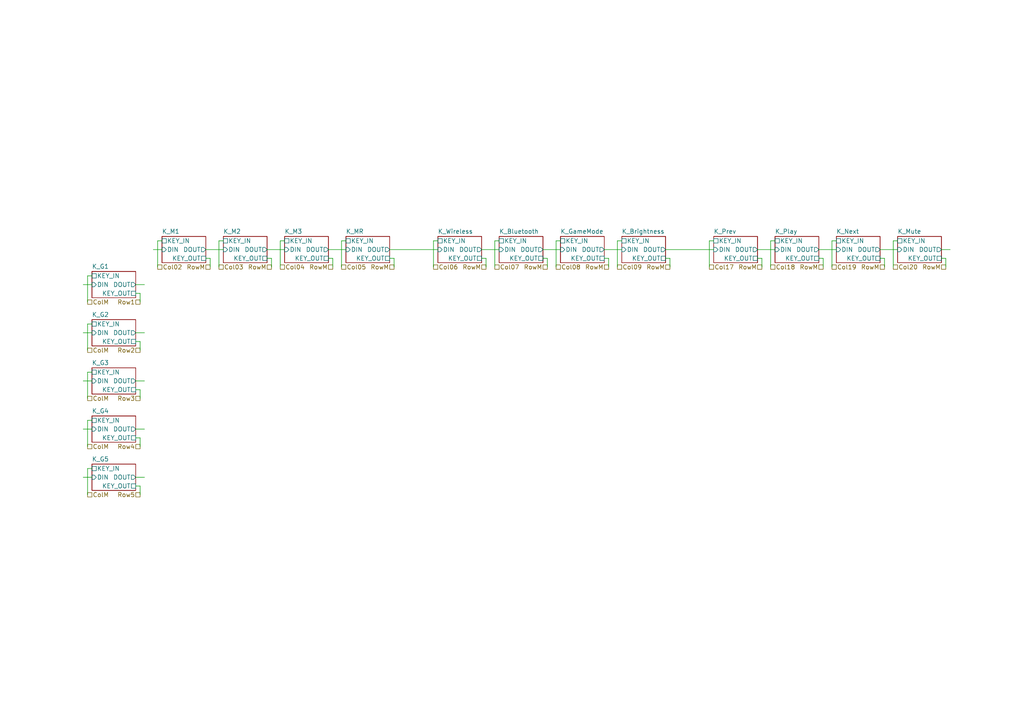
<source format=kicad_sch>
(kicad_sch
	(version 20250114)
	(generator "eeschema")
	(generator_version "9.0")
	(uuid "2a1ed553-57b4-46a4-b914-0b9c62001daa")
	(paper "A4")
	(lib_symbols)
	(wire
		(pts
			(xy 39.37 99.06) (xy 40.64 99.06)
		)
		(stroke
			(width 0)
			(type default)
		)
		(uuid "0155b84f-c638-4a7c-8388-3a07e6ff2938")
	)
	(wire
		(pts
			(xy 25.4 93.98) (xy 25.4 101.6)
		)
		(stroke
			(width 0)
			(type default)
		)
		(uuid "01b6e609-9bf8-42c3-9d1d-26780a1630bb")
	)
	(wire
		(pts
			(xy 256.54 74.93) (xy 256.54 77.47)
		)
		(stroke
			(width 0)
			(type default)
		)
		(uuid "03a134e3-9eb0-4ad2-be5d-a588368c3e10")
	)
	(wire
		(pts
			(xy 125.73 69.85) (xy 125.73 77.47)
		)
		(stroke
			(width 0)
			(type default)
		)
		(uuid "172d7055-1eb8-41ac-ae3f-07abbc784419")
	)
	(wire
		(pts
			(xy 273.05 72.39) (xy 275.59 72.39)
		)
		(stroke
			(width 0)
			(type default)
		)
		(uuid "1b14ea62-889f-4fb2-9eff-5a1e9b528652")
	)
	(wire
		(pts
			(xy 40.64 99.06) (xy 40.64 101.6)
		)
		(stroke
			(width 0)
			(type default)
		)
		(uuid "25317a86-4aa4-42bb-9ab4-fb1bc60165ca")
	)
	(wire
		(pts
			(xy 25.4 135.89) (xy 25.4 143.51)
		)
		(stroke
			(width 0)
			(type default)
		)
		(uuid "2e998b9a-c106-4911-bca8-07091d6e4b92")
	)
	(wire
		(pts
			(xy 238.76 74.93) (xy 238.76 77.47)
		)
		(stroke
			(width 0)
			(type default)
		)
		(uuid "348f1295-34aa-4d44-8f6c-e5e3be59b122")
	)
	(wire
		(pts
			(xy 40.64 85.09) (xy 40.64 87.63)
		)
		(stroke
			(width 0)
			(type default)
		)
		(uuid "3755e05c-a0da-4a54-abd3-36852b0a3615")
	)
	(wire
		(pts
			(xy 205.74 69.85) (xy 205.74 77.47)
		)
		(stroke
			(width 0)
			(type default)
		)
		(uuid "3fa4730e-63ce-4cc7-9af2-6fb9b6152a87")
	)
	(wire
		(pts
			(xy 114.3 74.93) (xy 114.3 77.47)
		)
		(stroke
			(width 0)
			(type default)
		)
		(uuid "437067f1-6062-45f7-9dc6-0d989fec5c18")
	)
	(wire
		(pts
			(xy 24.13 96.52) (xy 26.67 96.52)
		)
		(stroke
			(width 0)
			(type default)
		)
		(uuid "45701162-eca4-441b-8c2c-1699c2f93ff6")
	)
	(wire
		(pts
			(xy 161.29 69.85) (xy 162.56 69.85)
		)
		(stroke
			(width 0)
			(type default)
		)
		(uuid "49434184-b102-445b-b278-0b9fc0e17704")
	)
	(wire
		(pts
			(xy 25.4 121.92) (xy 25.4 129.54)
		)
		(stroke
			(width 0)
			(type default)
		)
		(uuid "4a6c8b6c-d930-4593-a1c5-ac1133f3d029")
	)
	(wire
		(pts
			(xy 175.26 74.93) (xy 176.53 74.93)
		)
		(stroke
			(width 0)
			(type default)
		)
		(uuid "4b9f3cce-1c4c-41bb-89da-cd0b1b2b753f")
	)
	(wire
		(pts
			(xy 95.25 72.39) (xy 100.33 72.39)
		)
		(stroke
			(width 0)
			(type default)
		)
		(uuid "4be3a83f-4085-48de-938f-82cdc627fd97")
	)
	(wire
		(pts
			(xy 241.3 69.85) (xy 241.3 77.47)
		)
		(stroke
			(width 0)
			(type default)
		)
		(uuid "4bfc58d3-7a36-4202-8645-3136efa5fd88")
	)
	(wire
		(pts
			(xy 25.4 80.01) (xy 25.4 87.63)
		)
		(stroke
			(width 0)
			(type default)
		)
		(uuid "4eaac601-a673-4142-8564-7c6ddb45198c")
	)
	(wire
		(pts
			(xy 259.08 69.85) (xy 260.35 69.85)
		)
		(stroke
			(width 0)
			(type default)
		)
		(uuid "51e1f2ab-c8a8-4c11-8982-f83261274b56")
	)
	(wire
		(pts
			(xy 194.31 74.93) (xy 194.31 77.47)
		)
		(stroke
			(width 0)
			(type default)
		)
		(uuid "530160bd-0a85-479f-9e51-2313cf73c530")
	)
	(wire
		(pts
			(xy 175.26 72.39) (xy 180.34 72.39)
		)
		(stroke
			(width 0)
			(type default)
		)
		(uuid "534d867d-5225-42d9-86c9-ccb6db8977b5")
	)
	(wire
		(pts
			(xy 45.72 69.85) (xy 46.99 69.85)
		)
		(stroke
			(width 0)
			(type default)
		)
		(uuid "5446cb9d-362a-4fc3-83d6-7be60bc0d5b7")
	)
	(wire
		(pts
			(xy 193.04 74.93) (xy 194.31 74.93)
		)
		(stroke
			(width 0)
			(type default)
		)
		(uuid "5454fa9b-f316-40d8-9fca-4b91e8d6400e")
	)
	(wire
		(pts
			(xy 113.03 72.39) (xy 127 72.39)
		)
		(stroke
			(width 0)
			(type default)
		)
		(uuid "5640ccc3-fb2c-43ec-896b-8939b0b0d537")
	)
	(wire
		(pts
			(xy 40.64 140.97) (xy 40.64 143.51)
		)
		(stroke
			(width 0)
			(type default)
		)
		(uuid "5b24ff25-dde3-4eac-9b98-f8fadf5ad46f")
	)
	(wire
		(pts
			(xy 237.49 72.39) (xy 242.57 72.39)
		)
		(stroke
			(width 0)
			(type default)
		)
		(uuid "5cb50948-4bf0-4123-8d0f-933bdff6e53c")
	)
	(wire
		(pts
			(xy 59.69 72.39) (xy 64.77 72.39)
		)
		(stroke
			(width 0)
			(type default)
		)
		(uuid "5dde5a28-40c6-44a7-a640-7c324d32b93a")
	)
	(wire
		(pts
			(xy 25.4 107.95) (xy 26.67 107.95)
		)
		(stroke
			(width 0)
			(type default)
		)
		(uuid "5e1e3eb0-26db-42c3-a91e-01f140aaaeb0")
	)
	(wire
		(pts
			(xy 44.45 72.39) (xy 46.99 72.39)
		)
		(stroke
			(width 0)
			(type default)
		)
		(uuid "5f886849-a8c7-48d9-8edf-d64b2c7fd583")
	)
	(wire
		(pts
			(xy 99.06 69.85) (xy 100.33 69.85)
		)
		(stroke
			(width 0)
			(type default)
		)
		(uuid "60b133bf-d54d-4a81-8c86-71278defdeb7")
	)
	(wire
		(pts
			(xy 259.08 69.85) (xy 259.08 77.47)
		)
		(stroke
			(width 0)
			(type default)
		)
		(uuid "61fbc063-8f78-45a4-b6f9-0e8f6f66306f")
	)
	(wire
		(pts
			(xy 45.72 69.85) (xy 45.72 77.47)
		)
		(stroke
			(width 0)
			(type default)
		)
		(uuid "6a402f90-ec31-40a0-b9bb-003b4f154248")
	)
	(wire
		(pts
			(xy 77.47 74.93) (xy 78.74 74.93)
		)
		(stroke
			(width 0)
			(type default)
		)
		(uuid "6e0f7ed4-a252-493f-8dd8-2192aced53b2")
	)
	(wire
		(pts
			(xy 40.64 127) (xy 40.64 129.54)
		)
		(stroke
			(width 0)
			(type default)
		)
		(uuid "70702781-226a-49e0-86a6-94211b88018c")
	)
	(wire
		(pts
			(xy 220.98 74.93) (xy 220.98 77.47)
		)
		(stroke
			(width 0)
			(type default)
		)
		(uuid "71065124-f540-4232-94ab-a5dad550c013")
	)
	(wire
		(pts
			(xy 223.52 69.85) (xy 224.79 69.85)
		)
		(stroke
			(width 0)
			(type default)
		)
		(uuid "772fa087-ced8-455b-91f3-a13dcacc177f")
	)
	(wire
		(pts
			(xy 39.37 110.49) (xy 41.91 110.49)
		)
		(stroke
			(width 0)
			(type default)
		)
		(uuid "7775c8de-327b-4e3e-bd8d-edc055a734df")
	)
	(wire
		(pts
			(xy 157.48 74.93) (xy 158.75 74.93)
		)
		(stroke
			(width 0)
			(type default)
		)
		(uuid "7bbd23f4-83fc-4f61-8410-d14e6ca651c7")
	)
	(wire
		(pts
			(xy 60.96 74.93) (xy 60.96 77.47)
		)
		(stroke
			(width 0)
			(type default)
		)
		(uuid "7c17e778-9740-4a37-8adb-a1340354bb4e")
	)
	(wire
		(pts
			(xy 63.5 69.85) (xy 64.77 69.85)
		)
		(stroke
			(width 0)
			(type default)
		)
		(uuid "7ecf2bc5-15ba-4fff-8636-22b826a5a7c0")
	)
	(wire
		(pts
			(xy 81.28 69.85) (xy 82.55 69.85)
		)
		(stroke
			(width 0)
			(type default)
		)
		(uuid "8b89da19-95ee-412f-ac6e-3ee16dc7a400")
	)
	(wire
		(pts
			(xy 274.32 74.93) (xy 274.32 77.47)
		)
		(stroke
			(width 0)
			(type default)
		)
		(uuid "8eca8d16-64cf-4bb7-a55e-435436417132")
	)
	(wire
		(pts
			(xy 59.69 74.93) (xy 60.96 74.93)
		)
		(stroke
			(width 0)
			(type default)
		)
		(uuid "91ac6477-70f4-49b8-a662-c017dd33286f")
	)
	(wire
		(pts
			(xy 95.25 74.93) (xy 96.52 74.93)
		)
		(stroke
			(width 0)
			(type default)
		)
		(uuid "9428e528-32a6-4550-956e-1d689a332d9e")
	)
	(wire
		(pts
			(xy 219.71 74.93) (xy 220.98 74.93)
		)
		(stroke
			(width 0)
			(type default)
		)
		(uuid "95d3774d-16f6-4518-bb87-44a240b9a2c6")
	)
	(wire
		(pts
			(xy 39.37 124.46) (xy 41.91 124.46)
		)
		(stroke
			(width 0)
			(type default)
		)
		(uuid "960f9c60-5186-449c-b095-0e9ee38e6480")
	)
	(wire
		(pts
			(xy 25.4 80.01) (xy 26.67 80.01)
		)
		(stroke
			(width 0)
			(type default)
		)
		(uuid "966da6d5-71fc-461c-b963-777735fcab1d")
	)
	(wire
		(pts
			(xy 25.4 121.92) (xy 26.67 121.92)
		)
		(stroke
			(width 0)
			(type default)
		)
		(uuid "96de0c06-b035-4bfa-81ca-884a8bb2bd28")
	)
	(wire
		(pts
			(xy 39.37 82.55) (xy 41.91 82.55)
		)
		(stroke
			(width 0)
			(type default)
		)
		(uuid "9791593f-2cdc-4bc5-98c9-7043dda282fc")
	)
	(wire
		(pts
			(xy 139.7 74.93) (xy 140.97 74.93)
		)
		(stroke
			(width 0)
			(type default)
		)
		(uuid "99868436-9f85-48c3-b845-b56e6401b898")
	)
	(wire
		(pts
			(xy 273.05 74.93) (xy 274.32 74.93)
		)
		(stroke
			(width 0)
			(type default)
		)
		(uuid "9cf158d4-3260-47ed-a3c9-5071d735f5ed")
	)
	(wire
		(pts
			(xy 223.52 69.85) (xy 223.52 77.47)
		)
		(stroke
			(width 0)
			(type default)
		)
		(uuid "9d2936b0-71e3-4897-bdd9-110c23bf5de0")
	)
	(wire
		(pts
			(xy 241.3 69.85) (xy 242.57 69.85)
		)
		(stroke
			(width 0)
			(type default)
		)
		(uuid "9e58c9db-c762-441d-8cf4-2ef27fafbd53")
	)
	(wire
		(pts
			(xy 176.53 74.93) (xy 176.53 77.47)
		)
		(stroke
			(width 0)
			(type default)
		)
		(uuid "a0c12484-edcd-4cb4-9f85-eae2506c127e")
	)
	(wire
		(pts
			(xy 179.07 69.85) (xy 179.07 77.47)
		)
		(stroke
			(width 0)
			(type default)
		)
		(uuid "a117fa35-e223-4a25-b773-dcac7f3ed31c")
	)
	(wire
		(pts
			(xy 40.64 113.03) (xy 40.64 115.57)
		)
		(stroke
			(width 0)
			(type default)
		)
		(uuid "a60488b0-485d-44fa-ab2a-5679e64969a7")
	)
	(wire
		(pts
			(xy 161.29 69.85) (xy 161.29 77.47)
		)
		(stroke
			(width 0)
			(type default)
		)
		(uuid "aa052c2d-23ee-4288-b807-55500cae49cc")
	)
	(wire
		(pts
			(xy 24.13 82.55) (xy 26.67 82.55)
		)
		(stroke
			(width 0)
			(type default)
		)
		(uuid "ac152924-2d1a-44a5-8255-e35c66161c8d")
	)
	(wire
		(pts
			(xy 24.13 124.46) (xy 26.67 124.46)
		)
		(stroke
			(width 0)
			(type default)
		)
		(uuid "ae3277d4-205b-43e5-aed7-5c4d79c6d643")
	)
	(wire
		(pts
			(xy 99.06 69.85) (xy 99.06 77.47)
		)
		(stroke
			(width 0)
			(type default)
		)
		(uuid "b46e5dfb-04fa-4ca9-8a94-80d76c8e8d46")
	)
	(wire
		(pts
			(xy 193.04 72.39) (xy 207.01 72.39)
		)
		(stroke
			(width 0)
			(type default)
		)
		(uuid "bd4a7e15-f765-4573-bfcc-c73a232ebff6")
	)
	(wire
		(pts
			(xy 113.03 74.93) (xy 114.3 74.93)
		)
		(stroke
			(width 0)
			(type default)
		)
		(uuid "beb24f3d-018f-4292-b63b-1879aec886ec")
	)
	(wire
		(pts
			(xy 179.07 69.85) (xy 180.34 69.85)
		)
		(stroke
			(width 0)
			(type default)
		)
		(uuid "c0d9f99f-9bc6-4a3c-9e18-1ea09c741bdb")
	)
	(wire
		(pts
			(xy 39.37 85.09) (xy 40.64 85.09)
		)
		(stroke
			(width 0)
			(type default)
		)
		(uuid "c21f6e73-d654-4461-bb98-b87b79458eea")
	)
	(wire
		(pts
			(xy 39.37 96.52) (xy 41.91 96.52)
		)
		(stroke
			(width 0)
			(type default)
		)
		(uuid "c39f5bd7-1b1d-4842-9747-f402ce3170b3")
	)
	(wire
		(pts
			(xy 205.74 69.85) (xy 207.01 69.85)
		)
		(stroke
			(width 0)
			(type default)
		)
		(uuid "c52eb11a-9548-484c-a250-35292e04b371")
	)
	(wire
		(pts
			(xy 255.27 74.93) (xy 256.54 74.93)
		)
		(stroke
			(width 0)
			(type default)
		)
		(uuid "c5925561-55dc-4869-a0e6-623cddc96acf")
	)
	(wire
		(pts
			(xy 139.7 72.39) (xy 144.78 72.39)
		)
		(stroke
			(width 0)
			(type default)
		)
		(uuid "c6818330-eaa6-4787-a57a-4b34554b1803")
	)
	(wire
		(pts
			(xy 255.27 72.39) (xy 260.35 72.39)
		)
		(stroke
			(width 0)
			(type default)
		)
		(uuid "c73c388b-4574-44ce-aa45-9de41262edd6")
	)
	(wire
		(pts
			(xy 157.48 72.39) (xy 162.56 72.39)
		)
		(stroke
			(width 0)
			(type default)
		)
		(uuid "c80a035f-18d2-409b-9125-93252e3c7c58")
	)
	(wire
		(pts
			(xy 143.51 69.85) (xy 143.51 77.47)
		)
		(stroke
			(width 0)
			(type default)
		)
		(uuid "c8d9b632-024d-4e5b-b61d-f815b0887dab")
	)
	(wire
		(pts
			(xy 39.37 127) (xy 40.64 127)
		)
		(stroke
			(width 0)
			(type default)
		)
		(uuid "c9f23fe0-e48d-416e-9fee-df10c48ce5bc")
	)
	(wire
		(pts
			(xy 25.4 135.89) (xy 26.67 135.89)
		)
		(stroke
			(width 0)
			(type default)
		)
		(uuid "cb58ee77-9c7f-4da8-a7c6-5a16e7c15e1b")
	)
	(wire
		(pts
			(xy 77.47 72.39) (xy 82.55 72.39)
		)
		(stroke
			(width 0)
			(type default)
		)
		(uuid "cbec8088-ad24-4f3a-81bf-fef23411183d")
	)
	(wire
		(pts
			(xy 39.37 138.43) (xy 41.91 138.43)
		)
		(stroke
			(width 0)
			(type default)
		)
		(uuid "cfed2743-9834-460d-8a0f-d6242461aaec")
	)
	(wire
		(pts
			(xy 39.37 140.97) (xy 40.64 140.97)
		)
		(stroke
			(width 0)
			(type default)
		)
		(uuid "d14d49f5-2e5f-44e7-b8e9-c1f5ea92f0c4")
	)
	(wire
		(pts
			(xy 78.74 74.93) (xy 78.74 77.47)
		)
		(stroke
			(width 0)
			(type default)
		)
		(uuid "d3e1e117-0d68-469b-9efa-5b612d299d40")
	)
	(wire
		(pts
			(xy 125.73 69.85) (xy 127 69.85)
		)
		(stroke
			(width 0)
			(type default)
		)
		(uuid "dc461d84-91de-479a-bd29-58be3a6fe4b0")
	)
	(wire
		(pts
			(xy 24.13 110.49) (xy 26.67 110.49)
		)
		(stroke
			(width 0)
			(type default)
		)
		(uuid "dc4b5c19-2e13-4ad5-88f2-4491c5561eed")
	)
	(wire
		(pts
			(xy 158.75 74.93) (xy 158.75 77.47)
		)
		(stroke
			(width 0)
			(type default)
		)
		(uuid "dd2064f6-a519-4cc0-b4eb-2577ae7045a9")
	)
	(wire
		(pts
			(xy 237.49 74.93) (xy 238.76 74.93)
		)
		(stroke
			(width 0)
			(type default)
		)
		(uuid "e614a2a8-336a-4ceb-af0c-374453a0f1cf")
	)
	(wire
		(pts
			(xy 24.13 138.43) (xy 26.67 138.43)
		)
		(stroke
			(width 0)
			(type default)
		)
		(uuid "ebf5c5bd-4dce-415b-9c44-02de35f74b8e")
	)
	(wire
		(pts
			(xy 143.51 69.85) (xy 144.78 69.85)
		)
		(stroke
			(width 0)
			(type default)
		)
		(uuid "eccca2b8-e44a-4d79-8632-5fc4251cd9b7")
	)
	(wire
		(pts
			(xy 39.37 113.03) (xy 40.64 113.03)
		)
		(stroke
			(width 0)
			(type default)
		)
		(uuid "ed2db9e1-d73a-4195-ba25-5a7234506497")
	)
	(wire
		(pts
			(xy 140.97 74.93) (xy 140.97 77.47)
		)
		(stroke
			(width 0)
			(type default)
		)
		(uuid "ed91a5e8-e1c4-45c3-8064-d51cbb01e36e")
	)
	(wire
		(pts
			(xy 219.71 72.39) (xy 224.79 72.39)
		)
		(stroke
			(width 0)
			(type default)
		)
		(uuid "edb2c063-19e5-4555-b63d-ab7d5a7a2882")
	)
	(wire
		(pts
			(xy 25.4 93.98) (xy 26.67 93.98)
		)
		(stroke
			(width 0)
			(type default)
		)
		(uuid "f19ef593-ad93-4742-b033-263261d1d6f1")
	)
	(wire
		(pts
			(xy 25.4 107.95) (xy 25.4 115.57)
		)
		(stroke
			(width 0)
			(type default)
		)
		(uuid "f4cdce89-4826-40a4-9bdc-dfcabecbb1c2")
	)
	(wire
		(pts
			(xy 81.28 69.85) (xy 81.28 77.47)
		)
		(stroke
			(width 0)
			(type default)
		)
		(uuid "f5276317-3a2b-412a-91e4-bf520afd1427")
	)
	(wire
		(pts
			(xy 63.5 69.85) (xy 63.5 77.47)
		)
		(stroke
			(width 0)
			(type default)
		)
		(uuid "f56ba578-b33d-4832-9b1c-6fe3d44c704b")
	)
	(wire
		(pts
			(xy 96.52 74.93) (xy 96.52 77.47)
		)
		(stroke
			(width 0)
			(type default)
		)
		(uuid "fcf66a79-fe6a-4544-a5e2-8e9c04f5dca5")
	)
	(hierarchical_label "RowM"
		(shape passive)
		(at 220.98 77.47 180)
		(effects
			(font
				(size 1.27 1.27)
			)
			(justify right)
		)
		(uuid "0a549b15-f8b2-45b9-9822-11411e9ad559")
	)
	(hierarchical_label "Col09"
		(shape passive)
		(at 179.07 77.47 0)
		(effects
			(font
				(size 1.27 1.27)
			)
			(justify left)
		)
		(uuid "11812872-b259-4b64-8b01-2bb13c649543")
	)
	(hierarchical_label "RowM"
		(shape passive)
		(at 96.52 77.47 180)
		(effects
			(font
				(size 1.27 1.27)
			)
			(justify right)
		)
		(uuid "126d357e-6e21-4e31-a38e-b14d9b4004ff")
	)
	(hierarchical_label "Col17"
		(shape passive)
		(at 205.74 77.47 0)
		(effects
			(font
				(size 1.27 1.27)
			)
			(justify left)
		)
		(uuid "1fabe704-09d5-4608-8c1b-9d411f50be8e")
	)
	(hierarchical_label "Col02"
		(shape passive)
		(at 45.72 77.47 0)
		(effects
			(font
				(size 1.27 1.27)
			)
			(justify left)
		)
		(uuid "3f474f67-b7f0-4129-9022-71ee4cddc8d5")
	)
	(hierarchical_label "RowM"
		(shape passive)
		(at 140.97 77.47 180)
		(effects
			(font
				(size 1.27 1.27)
			)
			(justify right)
		)
		(uuid "4222b7c8-2dde-422d-8773-25f5bea3075c")
	)
	(hierarchical_label "ColM"
		(shape passive)
		(at 25.4 115.57 0)
		(effects
			(font
				(size 1.27 1.27)
			)
			(justify left)
		)
		(uuid "43592cc3-5eef-45e7-9afe-f622292cdbfc")
	)
	(hierarchical_label "Col04"
		(shape passive)
		(at 81.28 77.47 0)
		(effects
			(font
				(size 1.27 1.27)
			)
			(justify left)
		)
		(uuid "47a69074-9f18-46f4-9972-baa7eee53e4f")
	)
	(hierarchical_label "RowM"
		(shape passive)
		(at 176.53 77.47 180)
		(effects
			(font
				(size 1.27 1.27)
			)
			(justify right)
		)
		(uuid "49402509-80f1-4131-b38a-9c183757bb70")
	)
	(hierarchical_label "ColM"
		(shape passive)
		(at 25.4 129.54 0)
		(effects
			(font
				(size 1.27 1.27)
			)
			(justify left)
		)
		(uuid "4cf87d98-3074-454d-a329-91765007fbc2")
	)
	(hierarchical_label "Col19"
		(shape passive)
		(at 241.3 77.47 0)
		(effects
			(font
				(size 1.27 1.27)
			)
			(justify left)
		)
		(uuid "51e4a957-e797-4454-b2c8-e516850a0272")
	)
	(hierarchical_label "Row3"
		(shape passive)
		(at 40.64 115.57 180)
		(effects
			(font
				(size 1.27 1.27)
			)
			(justify right)
		)
		(uuid "52342c9f-a2d7-421f-8cd7-3780645217f9")
	)
	(hierarchical_label "Col08"
		(shape passive)
		(at 161.29 77.47 0)
		(effects
			(font
				(size 1.27 1.27)
			)
			(justify left)
		)
		(uuid "57e1dec6-e2cb-4864-9158-9a9a0865fc52")
	)
	(hierarchical_label "Col06"
		(shape passive)
		(at 125.73 77.47 0)
		(effects
			(font
				(size 1.27 1.27)
			)
			(justify left)
		)
		(uuid "60309b2f-7a53-413e-a3d3-1631a67df8cf")
	)
	(hierarchical_label "Col18"
		(shape passive)
		(at 223.52 77.47 0)
		(effects
			(font
				(size 1.27 1.27)
			)
			(justify left)
		)
		(uuid "64a41312-c303-4e3d-820d-f38c6077f5d4")
	)
	(hierarchical_label "RowM"
		(shape passive)
		(at 194.31 77.47 180)
		(effects
			(font
				(size 1.27 1.27)
			)
			(justify right)
		)
		(uuid "67b4e747-4b53-4947-aa14-9cfd85849275")
	)
	(hierarchical_label "Row1"
		(shape passive)
		(at 40.64 87.63 180)
		(effects
			(font
				(size 1.27 1.27)
			)
			(justify right)
		)
		(uuid "71a6443e-deff-4e25-b65e-1eee46a608b3")
	)
	(hierarchical_label "RowM"
		(shape passive)
		(at 274.32 77.47 180)
		(effects
			(font
				(size 1.27 1.27)
			)
			(justify right)
		)
		(uuid "7e4380f2-3f7c-4b2e-9b81-d346499b29f1")
	)
	(hierarchical_label "RowM"
		(shape passive)
		(at 60.96 77.47 180)
		(effects
			(font
				(size 1.27 1.27)
			)
			(justify right)
		)
		(uuid "9a27a568-26a2-4bf7-ad78-b90c613f6c08")
	)
	(hierarchical_label "Col20"
		(shape passive)
		(at 259.08 77.47 0)
		(effects
			(font
				(size 1.27 1.27)
			)
			(justify left)
		)
		(uuid "9fb5de7c-b425-421f-ae9b-da421e3f8d43")
	)
	(hierarchical_label "RowM"
		(shape passive)
		(at 256.54 77.47 180)
		(effects
			(font
				(size 1.27 1.27)
			)
			(justify right)
		)
		(uuid "a224a85b-e255-443d-8248-64784f5c824a")
	)
	(hierarchical_label "RowM"
		(shape passive)
		(at 78.74 77.47 180)
		(effects
			(font
				(size 1.27 1.27)
			)
			(justify right)
		)
		(uuid "ad4de3f3-2ade-4d76-9efc-e27a5258084e")
	)
	(hierarchical_label "ColM"
		(shape passive)
		(at 25.4 143.51 0)
		(effects
			(font
				(size 1.27 1.27)
			)
			(justify left)
		)
		(uuid "ae04ab0e-b3cd-4110-b689-783f993f5035")
	)
	(hierarchical_label "Row2"
		(shape passive)
		(at 40.64 101.6 180)
		(effects
			(font
				(size 1.27 1.27)
			)
			(justify right)
		)
		(uuid "bfe67492-0939-4892-b061-064ba3684600")
	)
	(hierarchical_label "ColM"
		(shape passive)
		(at 25.4 101.6 0)
		(effects
			(font
				(size 1.27 1.27)
			)
			(justify left)
		)
		(uuid "c7fbb453-c79d-4872-a9ab-24846de6a984")
	)
	(hierarchical_label "Col07"
		(shape passive)
		(at 143.51 77.47 0)
		(effects
			(font
				(size 1.27 1.27)
			)
			(justify left)
		)
		(uuid "c8b7aa0c-3efe-4aeb-9f5e-93823fbd627b")
	)
	(hierarchical_label "RowM"
		(shape passive)
		(at 114.3 77.47 180)
		(effects
			(font
				(size 1.27 1.27)
			)
			(justify right)
		)
		(uuid "cd94636f-62cd-4d69-9853-5541c3ed3e4c")
	)
	(hierarchical_label "Row4"
		(shape passive)
		(at 40.64 129.54 180)
		(effects
			(font
				(size 1.27 1.27)
			)
			(justify right)
		)
		(uuid "d08d640f-9ab5-4d0a-a85a-536670c5ee41")
	)
	(hierarchical_label "Col03"
		(shape passive)
		(at 63.5 77.47 0)
		(effects
			(font
				(size 1.27 1.27)
			)
			(justify left)
		)
		(uuid "d624a3ba-3e24-460e-980d-85c345fdcc27")
	)
	(hierarchical_label "RowM"
		(shape passive)
		(at 158.75 77.47 180)
		(effects
			(font
				(size 1.27 1.27)
			)
			(justify right)
		)
		(uuid "dff04bac-54ce-492d-a479-a8a22986f0c1")
	)
	(hierarchical_label "Row5"
		(shape passive)
		(at 40.64 143.51 180)
		(effects
			(font
				(size 1.27 1.27)
			)
			(justify right)
		)
		(uuid "e2204047-cca4-4241-b4ac-116ecb383238")
	)
	(hierarchical_label "RowM"
		(shape passive)
		(at 238.76 77.47 180)
		(effects
			(font
				(size 1.27 1.27)
			)
			(justify right)
		)
		(uuid "e973ade5-6a38-420d-9d85-452a58891a8e")
	)
	(hierarchical_label "ColM"
		(shape passive)
		(at 25.4 87.63 0)
		(effects
			(font
				(size 1.27 1.27)
			)
			(justify left)
		)
		(uuid "f6f30e05-73d3-4893-bf27-131313ba4ab5")
	)
	(hierarchical_label "Col05"
		(shape passive)
		(at 99.06 77.47 0)
		(effects
			(font
				(size 1.27 1.27)
			)
			(justify left)
		)
		(uuid "fa5ec090-b62d-4ae0-bf98-587489d64890")
	)
	(sheet
		(at 180.34 68.58)
		(size 12.7 7.62)
		(exclude_from_sim no)
		(in_bom yes)
		(on_board yes)
		(dnp no)
		(fields_autoplaced yes)
		(stroke
			(width 0.1524)
			(type solid)
		)
		(fill
			(color 0 0 0 0.0000)
		)
		(uuid "1c6d8538-d54c-4a54-8a91-5a780a48a8e1")
		(property "Sheetname" "K_Brightness"
			(at 180.34 67.8684 0)
			(effects
				(font
					(size 1.27 1.27)
				)
				(justify left bottom)
			)
		)
		(property "Sheetfile" "key_rgb.kicad_sch"
			(at 180.34 76.7846 0)
			(effects
				(font
					(size 1.27 1.27)
				)
				(justify left top)
				(hide yes)
			)
		)
		(pin "DIN" input
			(at 180.34 72.39 180)
			(uuid "e7f783f4-dc49-42ad-bcc5-3716ae0db49c")
			(effects
				(font
					(size 1.27 1.27)
				)
				(justify left)
			)
		)
		(pin "DOUT" output
			(at 193.04 72.39 0)
			(uuid "d832a0a2-53b3-43c7-9c16-4a03ea684c70")
			(effects
				(font
					(size 1.27 1.27)
				)
				(justify right)
			)
		)
		(pin "KEY_IN" passive
			(at 180.34 69.85 180)
			(uuid "c64b6467-d7a9-4376-95bc-86023f5be338")
			(effects
				(font
					(size 1.27 1.27)
				)
				(justify left)
			)
		)
		(pin "KEY_OUT" passive
			(at 193.04 74.93 0)
			(uuid "7c9f63bb-ad3e-4e94-a431-7f801984328e")
			(effects
				(font
					(size 1.27 1.27)
				)
				(justify right)
			)
		)
		(instances
			(project "zmk-g915"
				(path "/ef112b03-6536-453f-8127-17d1495b48aa/45c5f3d6-3be9-46e6-9c92-280cf0e0d840/fcdd3761-84fb-400d-9494-9913e88fadd8"
					(page "132")
				)
			)
		)
	)
	(sheet
		(at 82.55 68.58)
		(size 12.7 7.62)
		(exclude_from_sim no)
		(in_bom yes)
		(on_board yes)
		(dnp no)
		(fields_autoplaced yes)
		(stroke
			(width 0.1524)
			(type solid)
		)
		(fill
			(color 0 0 0 0.0000)
		)
		(uuid "1fb93641-079e-4cc2-b4eb-8e6e24f0af43")
		(property "Sheetname" "K_M3"
			(at 82.55 67.8684 0)
			(effects
				(font
					(size 1.27 1.27)
				)
				(justify left bottom)
			)
		)
		(property "Sheetfile" "key_rgb.kicad_sch"
			(at 82.55 76.7846 0)
			(effects
				(font
					(size 1.27 1.27)
				)
				(justify left top)
				(hide yes)
			)
		)
		(pin "DIN" input
			(at 82.55 72.39 180)
			(uuid "9a7cb554-4887-4bc3-9a68-8673738acd11")
			(effects
				(font
					(size 1.27 1.27)
				)
				(justify left)
			)
		)
		(pin "DOUT" output
			(at 95.25 72.39 0)
			(uuid "5195ff1f-43c1-445d-800e-25bd987bb5d1")
			(effects
				(font
					(size 1.27 1.27)
				)
				(justify right)
			)
		)
		(pin "KEY_IN" passive
			(at 82.55 69.85 180)
			(uuid "ae48bb9a-2107-4ca9-9b52-30131171aa76")
			(effects
				(font
					(size 1.27 1.27)
				)
				(justify left)
			)
		)
		(pin "KEY_OUT" passive
			(at 95.25 74.93 0)
			(uuid "112af9fe-6d0c-4ad8-b161-bc1aff17ef23")
			(effects
				(font
					(size 1.27 1.27)
				)
				(justify right)
			)
		)
		(instances
			(project "zmk-g915"
				(path "/ef112b03-6536-453f-8127-17d1495b48aa/45c5f3d6-3be9-46e6-9c92-280cf0e0d840/fcdd3761-84fb-400d-9494-9913e88fadd8"
					(page "52")
				)
			)
		)
	)
	(sheet
		(at 224.79 68.58)
		(size 12.7 7.62)
		(exclude_from_sim no)
		(in_bom yes)
		(on_board yes)
		(dnp no)
		(fields_autoplaced yes)
		(stroke
			(width 0.1524)
			(type solid)
		)
		(fill
			(color 0 0 0 0.0000)
		)
		(uuid "37c5fa79-3868-4d79-98e1-4841cfd9c560")
		(property "Sheetname" "K_Play"
			(at 224.79 67.8684 0)
			(effects
				(font
					(size 1.27 1.27)
				)
				(justify left bottom)
			)
		)
		(property "Sheetfile" "key_rgb.kicad_sch"
			(at 224.79 76.7846 0)
			(effects
				(font
					(size 1.27 1.27)
				)
				(justify left top)
				(hide yes)
			)
		)
		(pin "DIN" input
			(at 224.79 72.39 180)
			(uuid "6ecf44bc-1b8f-47ea-bca7-962faa13098e")
			(effects
				(font
					(size 1.27 1.27)
				)
				(justify left)
			)
		)
		(pin "DOUT" output
			(at 237.49 72.39 0)
			(uuid "37f7691c-cf37-4f32-8e37-a022bafb7b79")
			(effects
				(font
					(size 1.27 1.27)
				)
				(justify right)
			)
		)
		(pin "KEY_IN" passive
			(at 224.79 69.85 180)
			(uuid "879628f9-91c1-4c7e-bf4a-2ee3ae3ee46e")
			(effects
				(font
					(size 1.27 1.27)
				)
				(justify left)
			)
		)
		(pin "KEY_OUT" passive
			(at 237.49 74.93 0)
			(uuid "5c776795-e12f-441d-81c5-5b56ec894d56")
			(effects
				(font
					(size 1.27 1.27)
				)
				(justify right)
			)
		)
		(instances
			(project "zmk-g915"
				(path "/ef112b03-6536-453f-8127-17d1495b48aa/45c5f3d6-3be9-46e6-9c92-280cf0e0d840/fcdd3761-84fb-400d-9494-9913e88fadd8"
					(page "133")
				)
			)
		)
	)
	(sheet
		(at 260.35 68.58)
		(size 12.7 7.62)
		(exclude_from_sim no)
		(in_bom yes)
		(on_board yes)
		(dnp no)
		(fields_autoplaced yes)
		(stroke
			(width 0.1524)
			(type solid)
		)
		(fill
			(color 0 0 0 0.0000)
		)
		(uuid "3b92d464-b714-4019-b995-b0a61e7cb553")
		(property "Sheetname" "K_Mute"
			(at 260.35 67.8684 0)
			(effects
				(font
					(size 1.27 1.27)
				)
				(justify left bottom)
			)
		)
		(property "Sheetfile" "key_rgb.kicad_sch"
			(at 260.35 76.7846 0)
			(effects
				(font
					(size 1.27 1.27)
				)
				(justify left top)
				(hide yes)
			)
		)
		(pin "DIN" input
			(at 260.35 72.39 180)
			(uuid "f00e1dab-e48a-4b79-862d-a7d00bd87dd7")
			(effects
				(font
					(size 1.27 1.27)
				)
				(justify left)
			)
		)
		(pin "DOUT" output
			(at 273.05 72.39 0)
			(uuid "a36628a4-44a4-4d2c-a5ac-ead8554589cd")
			(effects
				(font
					(size 1.27 1.27)
				)
				(justify right)
			)
		)
		(pin "KEY_IN" passive
			(at 260.35 69.85 180)
			(uuid "7d63654b-95fe-429d-8711-25f44a7f2c6f")
			(effects
				(font
					(size 1.27 1.27)
				)
				(justify left)
			)
		)
		(pin "KEY_OUT" passive
			(at 273.05 74.93 0)
			(uuid "a1636e77-41a8-4f75-ad80-ede9f99487e0")
			(effects
				(font
					(size 1.27 1.27)
				)
				(justify right)
			)
		)
		(instances
			(project "zmk-g915"
				(path "/ef112b03-6536-453f-8127-17d1495b48aa/45c5f3d6-3be9-46e6-9c92-280cf0e0d840/fcdd3761-84fb-400d-9494-9913e88fadd8"
					(page "148")
				)
			)
		)
	)
	(sheet
		(at 64.77 68.58)
		(size 12.7 7.62)
		(exclude_from_sim no)
		(in_bom yes)
		(on_board yes)
		(dnp no)
		(fields_autoplaced yes)
		(stroke
			(width 0.1524)
			(type solid)
		)
		(fill
			(color 0 0 0 0.0000)
		)
		(uuid "3d0e730d-9f82-4c7a-9d82-d320e536cbc5")
		(property "Sheetname" "K_M2"
			(at 64.77 67.8684 0)
			(effects
				(font
					(size 1.27 1.27)
				)
				(justify left bottom)
			)
		)
		(property "Sheetfile" "key_rgb.kicad_sch"
			(at 64.77 76.7846 0)
			(effects
				(font
					(size 1.27 1.27)
				)
				(justify left top)
				(hide yes)
			)
		)
		(pin "DIN" input
			(at 64.77 72.39 180)
			(uuid "713b1598-7d9e-4591-9dbe-af2d2b8df294")
			(effects
				(font
					(size 1.27 1.27)
				)
				(justify left)
			)
		)
		(pin "DOUT" output
			(at 77.47 72.39 0)
			(uuid "67f34c0a-34ca-4b00-bd65-f6f320232319")
			(effects
				(font
					(size 1.27 1.27)
				)
				(justify right)
			)
		)
		(pin "KEY_IN" passive
			(at 64.77 69.85 180)
			(uuid "b05ded8f-c0a0-4040-8e99-d9c58da046ba")
			(effects
				(font
					(size 1.27 1.27)
				)
				(justify left)
			)
		)
		(pin "KEY_OUT" passive
			(at 77.47 74.93 0)
			(uuid "ea9d1345-bad8-4c9c-a8ab-468c46e75ff6")
			(effects
				(font
					(size 1.27 1.27)
				)
				(justify right)
			)
		)
		(instances
			(project "zmk-g915"
				(path "/ef112b03-6536-453f-8127-17d1495b48aa/45c5f3d6-3be9-46e6-9c92-280cf0e0d840/fcdd3761-84fb-400d-9494-9913e88fadd8"
					(page "51")
				)
			)
		)
	)
	(sheet
		(at 162.56 68.58)
		(size 12.7 7.62)
		(exclude_from_sim no)
		(in_bom yes)
		(on_board yes)
		(dnp no)
		(fields_autoplaced yes)
		(stroke
			(width 0.1524)
			(type solid)
		)
		(fill
			(color 0 0 0 0.0000)
		)
		(uuid "446f2d1a-e115-4159-ac70-afd299064a47")
		(property "Sheetname" "K_GameMode"
			(at 162.56 67.8684 0)
			(effects
				(font
					(size 1.27 1.27)
				)
				(justify left bottom)
			)
		)
		(property "Sheetfile" "key_rgb.kicad_sch"
			(at 162.56 76.7846 0)
			(effects
				(font
					(size 1.27 1.27)
				)
				(justify left top)
				(hide yes)
			)
		)
		(pin "DIN" input
			(at 162.56 72.39 180)
			(uuid "9619078e-271b-47bb-95ef-2b347c0ec650")
			(effects
				(font
					(size 1.27 1.27)
				)
				(justify left)
			)
		)
		(pin "DOUT" output
			(at 175.26 72.39 0)
			(uuid "da9a4f68-e829-4218-b274-aefe1d8212de")
			(effects
				(font
					(size 1.27 1.27)
				)
				(justify right)
			)
		)
		(pin "KEY_IN" passive
			(at 162.56 69.85 180)
			(uuid "7f4db1b3-3d16-4621-81c9-881c293b4002")
			(effects
				(font
					(size 1.27 1.27)
				)
				(justify left)
			)
		)
		(pin "KEY_OUT" passive
			(at 175.26 74.93 0)
			(uuid "d36f3a9f-8f3d-4c0e-91eb-f9d575fdebca")
			(effects
				(font
					(size 1.27 1.27)
				)
				(justify right)
			)
		)
		(instances
			(project "zmk-g915"
				(path "/ef112b03-6536-453f-8127-17d1495b48aa/45c5f3d6-3be9-46e6-9c92-280cf0e0d840/fcdd3761-84fb-400d-9494-9913e88fadd8"
					(page "56")
				)
			)
		)
	)
	(sheet
		(at 127 68.58)
		(size 12.7 7.62)
		(exclude_from_sim no)
		(in_bom yes)
		(on_board yes)
		(dnp no)
		(fields_autoplaced yes)
		(stroke
			(width 0.1524)
			(type solid)
		)
		(fill
			(color 0 0 0 0.0000)
		)
		(uuid "4fdd796f-0160-40fa-9a06-708a3193f6c5")
		(property "Sheetname" "K_Wireless"
			(at 127 67.8684 0)
			(effects
				(font
					(size 1.27 1.27)
				)
				(justify left bottom)
			)
		)
		(property "Sheetfile" "key_rgb.kicad_sch"
			(at 127 76.7846 0)
			(effects
				(font
					(size 1.27 1.27)
				)
				(justify left top)
				(hide yes)
			)
		)
		(pin "DIN" input
			(at 127 72.39 180)
			(uuid "5e66df71-8151-4fba-a1b5-bfddfe2c0688")
			(effects
				(font
					(size 1.27 1.27)
				)
				(justify left)
			)
		)
		(pin "DOUT" output
			(at 139.7 72.39 0)
			(uuid "6abb7a0c-6dd2-4747-a1e2-b2a2f8ff11a5")
			(effects
				(font
					(size 1.27 1.27)
				)
				(justify right)
			)
		)
		(pin "KEY_IN" passive
			(at 127 69.85 180)
			(uuid "fd890c83-6ff6-482c-89cb-61aa718fb761")
			(effects
				(font
					(size 1.27 1.27)
				)
				(justify left)
			)
		)
		(pin "KEY_OUT" passive
			(at 139.7 74.93 0)
			(uuid "eb4274fa-6213-4d3e-b5e2-d70141033688")
			(effects
				(font
					(size 1.27 1.27)
				)
				(justify right)
			)
		)
		(instances
			(project "zmk-g915"
				(path "/ef112b03-6536-453f-8127-17d1495b48aa/45c5f3d6-3be9-46e6-9c92-280cf0e0d840/fcdd3761-84fb-400d-9494-9913e88fadd8"
					(page "55")
				)
			)
		)
	)
	(sheet
		(at 26.67 134.62)
		(size 12.7 7.62)
		(exclude_from_sim no)
		(in_bom yes)
		(on_board yes)
		(dnp no)
		(fields_autoplaced yes)
		(stroke
			(width 0.1524)
			(type solid)
		)
		(fill
			(color 0 0 0 0.0000)
		)
		(uuid "6e2699cd-96e6-4f9d-841e-d8b9fa832199")
		(property "Sheetname" "K_G5"
			(at 26.67 133.9084 0)
			(effects
				(font
					(size 1.27 1.27)
				)
				(justify left bottom)
			)
		)
		(property "Sheetfile" "key_rgb.kicad_sch"
			(at 26.67 142.8246 0)
			(effects
				(font
					(size 1.27 1.27)
				)
				(justify left top)
				(hide yes)
			)
		)
		(pin "DIN" input
			(at 26.67 138.43 180)
			(uuid "558e6f31-d293-4d0b-8bf5-17892672e691")
			(effects
				(font
					(size 1.27 1.27)
				)
				(justify left)
			)
		)
		(pin "DOUT" output
			(at 39.37 138.43 0)
			(uuid "8e573f4d-7a31-455f-b16c-f639b17503d6")
			(effects
				(font
					(size 1.27 1.27)
				)
				(justify right)
			)
		)
		(pin "KEY_IN" passive
			(at 26.67 135.89 180)
			(uuid "e12e2f16-329a-49e4-8b37-385ffb0c7d0a")
			(effects
				(font
					(size 1.27 1.27)
				)
				(justify left)
			)
		)
		(pin "KEY_OUT" passive
			(at 39.37 140.97 0)
			(uuid "6fb2636e-bdb7-43a5-a387-bcd24cf28c0d")
			(effects
				(font
					(size 1.27 1.27)
				)
				(justify right)
			)
		)
		(instances
			(project "zmk-g915"
				(path "/ef112b03-6536-453f-8127-17d1495b48aa/45c5f3d6-3be9-46e6-9c92-280cf0e0d840/fcdd3761-84fb-400d-9494-9913e88fadd8"
					(page "47")
				)
			)
		)
	)
	(sheet
		(at 242.57 68.58)
		(size 12.7 7.62)
		(exclude_from_sim no)
		(in_bom yes)
		(on_board yes)
		(dnp no)
		(fields_autoplaced yes)
		(stroke
			(width 0.1524)
			(type solid)
		)
		(fill
			(color 0 0 0 0.0000)
		)
		(uuid "6f5a8851-5fd2-429d-8faa-ced814e76009")
		(property "Sheetname" "K_Next"
			(at 242.57 67.8684 0)
			(effects
				(font
					(size 1.27 1.27)
				)
				(justify left bottom)
			)
		)
		(property "Sheetfile" "key_rgb.kicad_sch"
			(at 242.57 76.7846 0)
			(effects
				(font
					(size 1.27 1.27)
				)
				(justify left top)
				(hide yes)
			)
		)
		(pin "DIN" input
			(at 242.57 72.39 180)
			(uuid "dc9eaa58-01cd-4e9d-9b76-194cf6fafe00")
			(effects
				(font
					(size 1.27 1.27)
				)
				(justify left)
			)
		)
		(pin "DOUT" output
			(at 255.27 72.39 0)
			(uuid "3c610001-3187-4714-91cc-862639036165")
			(effects
				(font
					(size 1.27 1.27)
				)
				(justify right)
			)
		)
		(pin "KEY_IN" passive
			(at 242.57 69.85 180)
			(uuid "f3011832-a011-48d1-90f7-4161871143fc")
			(effects
				(font
					(size 1.27 1.27)
				)
				(justify left)
			)
		)
		(pin "KEY_OUT" passive
			(at 255.27 74.93 0)
			(uuid "1da51666-2c1a-4cdb-bde9-e2a0af12cca9")
			(effects
				(font
					(size 1.27 1.27)
				)
				(justify right)
			)
		)
		(instances
			(project "zmk-g915"
				(path "/ef112b03-6536-453f-8127-17d1495b48aa/45c5f3d6-3be9-46e6-9c92-280cf0e0d840/fcdd3761-84fb-400d-9494-9913e88fadd8"
					(page "147")
				)
			)
		)
	)
	(sheet
		(at 26.67 78.74)
		(size 12.7 7.62)
		(exclude_from_sim no)
		(in_bom yes)
		(on_board yes)
		(dnp no)
		(fields_autoplaced yes)
		(stroke
			(width 0.1524)
			(type solid)
		)
		(fill
			(color 0 0 0 0.0000)
		)
		(uuid "7da9534d-8753-4f38-8ed2-27c3777104e8")
		(property "Sheetname" "K_G1"
			(at 26.67 78.0284 0)
			(effects
				(font
					(size 1.27 1.27)
				)
				(justify left bottom)
			)
		)
		(property "Sheetfile" "key_rgb.kicad_sch"
			(at 26.67 86.9446 0)
			(effects
				(font
					(size 1.27 1.27)
				)
				(justify left top)
				(hide yes)
			)
		)
		(pin "DIN" input
			(at 26.67 82.55 180)
			(uuid "f747b00b-77be-4fea-a1e8-e22005f327aa")
			(effects
				(font
					(size 1.27 1.27)
				)
				(justify left)
			)
		)
		(pin "DOUT" output
			(at 39.37 82.55 0)
			(uuid "3cfc04f7-9563-4e77-b95e-ee333ff31661")
			(effects
				(font
					(size 1.27 1.27)
				)
				(justify right)
			)
		)
		(pin "KEY_IN" passive
			(at 26.67 80.01 180)
			(uuid "e232d34f-2b7d-46f6-997f-2350fb0535fd")
			(effects
				(font
					(size 1.27 1.27)
				)
				(justify left)
			)
		)
		(pin "KEY_OUT" passive
			(at 39.37 85.09 0)
			(uuid "82bbc125-2620-4bdf-9098-85bf1b8187a7")
			(effects
				(font
					(size 1.27 1.27)
				)
				(justify right)
			)
		)
		(instances
			(project "zmk-g915"
				(path "/ef112b03-6536-453f-8127-17d1495b48aa/45c5f3d6-3be9-46e6-9c92-280cf0e0d840/fcdd3761-84fb-400d-9494-9913e88fadd8"
					(page "40")
				)
			)
		)
	)
	(sheet
		(at 26.67 92.71)
		(size 12.7 7.62)
		(exclude_from_sim no)
		(in_bom yes)
		(on_board yes)
		(dnp no)
		(fields_autoplaced yes)
		(stroke
			(width 0.1524)
			(type solid)
		)
		(fill
			(color 0 0 0 0.0000)
		)
		(uuid "93a863b5-3f53-4821-a54e-2cf057958b18")
		(property "Sheetname" "K_G2"
			(at 26.67 91.9984 0)
			(effects
				(font
					(size 1.27 1.27)
				)
				(justify left bottom)
			)
		)
		(property "Sheetfile" "key_rgb.kicad_sch"
			(at 26.67 100.9146 0)
			(effects
				(font
					(size 1.27 1.27)
				)
				(justify left top)
				(hide yes)
			)
		)
		(pin "DIN" input
			(at 26.67 96.52 180)
			(uuid "b17ad82e-f93a-4d4a-9be9-24519bf9f5bb")
			(effects
				(font
					(size 1.27 1.27)
				)
				(justify left)
			)
		)
		(pin "DOUT" output
			(at 39.37 96.52 0)
			(uuid "17133ed8-3560-4a19-b13a-501b8977ab1c")
			(effects
				(font
					(size 1.27 1.27)
				)
				(justify right)
			)
		)
		(pin "KEY_IN" passive
			(at 26.67 93.98 180)
			(uuid "9c5c98d2-6192-47a2-aec8-f3142e19395f")
			(effects
				(font
					(size 1.27 1.27)
				)
				(justify left)
			)
		)
		(pin "KEY_OUT" passive
			(at 39.37 99.06 0)
			(uuid "5f8783f9-de33-4c61-a890-cc3ce9734d49")
			(effects
				(font
					(size 1.27 1.27)
				)
				(justify right)
			)
		)
		(instances
			(project "zmk-g915"
				(path "/ef112b03-6536-453f-8127-17d1495b48aa/45c5f3d6-3be9-46e6-9c92-280cf0e0d840/fcdd3761-84fb-400d-9494-9913e88fadd8"
					(page "41")
				)
			)
		)
	)
	(sheet
		(at 26.67 106.68)
		(size 12.7 7.62)
		(exclude_from_sim no)
		(in_bom yes)
		(on_board yes)
		(dnp no)
		(fields_autoplaced yes)
		(stroke
			(width 0.1524)
			(type solid)
		)
		(fill
			(color 0 0 0 0.0000)
		)
		(uuid "a463a1dc-e7c1-4e21-9be8-49c9395e9245")
		(property "Sheetname" "K_G3"
			(at 26.67 105.9684 0)
			(effects
				(font
					(size 1.27 1.27)
				)
				(justify left bottom)
			)
		)
		(property "Sheetfile" "key_rgb.kicad_sch"
			(at 26.67 114.8846 0)
			(effects
				(font
					(size 1.27 1.27)
				)
				(justify left top)
				(hide yes)
			)
		)
		(pin "DIN" input
			(at 26.67 110.49 180)
			(uuid "c63b5385-607b-4724-93b3-e0d5c69ea67f")
			(effects
				(font
					(size 1.27 1.27)
				)
				(justify left)
			)
		)
		(pin "DOUT" output
			(at 39.37 110.49 0)
			(uuid "23b10ffd-3217-4262-af76-181241a5ab9c")
			(effects
				(font
					(size 1.27 1.27)
				)
				(justify right)
			)
		)
		(pin "KEY_IN" passive
			(at 26.67 107.95 180)
			(uuid "feb3e6ea-17a8-4de6-8a55-7b7b6c76005b")
			(effects
				(font
					(size 1.27 1.27)
				)
				(justify left)
			)
		)
		(pin "KEY_OUT" passive
			(at 39.37 113.03 0)
			(uuid "0fd6b65d-d950-416d-bc5b-85cd5f33aa77")
			(effects
				(font
					(size 1.27 1.27)
				)
				(justify right)
			)
		)
		(instances
			(project "zmk-g915"
				(path "/ef112b03-6536-453f-8127-17d1495b48aa/45c5f3d6-3be9-46e6-9c92-280cf0e0d840/fcdd3761-84fb-400d-9494-9913e88fadd8"
					(page "42")
				)
			)
		)
	)
	(sheet
		(at 26.67 120.65)
		(size 12.7 7.62)
		(exclude_from_sim no)
		(in_bom yes)
		(on_board yes)
		(dnp no)
		(fields_autoplaced yes)
		(stroke
			(width 0.1524)
			(type solid)
		)
		(fill
			(color 0 0 0 0.0000)
		)
		(uuid "d87da457-679f-4543-a389-f91939e710d8")
		(property "Sheetname" "K_G4"
			(at 26.67 119.9384 0)
			(effects
				(font
					(size 1.27 1.27)
				)
				(justify left bottom)
			)
		)
		(property "Sheetfile" "key_rgb.kicad_sch"
			(at 26.67 128.8546 0)
			(effects
				(font
					(size 1.27 1.27)
				)
				(justify left top)
				(hide yes)
			)
		)
		(pin "DIN" input
			(at 26.67 124.46 180)
			(uuid "54edc451-6e3e-4401-a45e-0db03a7e69f9")
			(effects
				(font
					(size 1.27 1.27)
				)
				(justify left)
			)
		)
		(pin "DOUT" output
			(at 39.37 124.46 0)
			(uuid "c2538322-4939-4e00-b6bc-7c6a9ffa7e92")
			(effects
				(font
					(size 1.27 1.27)
				)
				(justify right)
			)
		)
		(pin "KEY_IN" passive
			(at 26.67 121.92 180)
			(uuid "e3c9919c-e85f-4b95-bb97-9b962c4586cb")
			(effects
				(font
					(size 1.27 1.27)
				)
				(justify left)
			)
		)
		(pin "KEY_OUT" passive
			(at 39.37 127 0)
			(uuid "b314feaf-9d5b-47bd-9a68-e85a71ee4ca1")
			(effects
				(font
					(size 1.27 1.27)
				)
				(justify right)
			)
		)
		(instances
			(project "zmk-g915"
				(path "/ef112b03-6536-453f-8127-17d1495b48aa/45c5f3d6-3be9-46e6-9c92-280cf0e0d840/fcdd3761-84fb-400d-9494-9913e88fadd8"
					(page "43")
				)
			)
		)
	)
	(sheet
		(at 144.78 68.58)
		(size 12.7 7.62)
		(exclude_from_sim no)
		(in_bom yes)
		(on_board yes)
		(dnp no)
		(fields_autoplaced yes)
		(stroke
			(width 0.1524)
			(type solid)
		)
		(fill
			(color 0 0 0 0.0000)
		)
		(uuid "e807975b-19a5-4d03-8e57-60dbb3442790")
		(property "Sheetname" "K_Bluetooth"
			(at 144.78 67.8684 0)
			(effects
				(font
					(size 1.27 1.27)
				)
				(justify left bottom)
			)
		)
		(property "Sheetfile" "key_rgb.kicad_sch"
			(at 144.78 76.7846 0)
			(effects
				(font
					(size 1.27 1.27)
				)
				(justify left top)
				(hide yes)
			)
		)
		(pin "DIN" input
			(at 144.78 72.39 180)
			(uuid "0595067c-10f2-4067-9382-a16fec3a6ed2")
			(effects
				(font
					(size 1.27 1.27)
				)
				(justify left)
			)
		)
		(pin "DOUT" output
			(at 157.48 72.39 0)
			(uuid "fd0f93a6-5a92-4ee7-9342-c2d9e0b4e01e")
			(effects
				(font
					(size 1.27 1.27)
				)
				(justify right)
			)
		)
		(pin "KEY_IN" passive
			(at 144.78 69.85 180)
			(uuid "65ed823b-73fb-4dc7-a024-1e4a007f5f1c")
			(effects
				(font
					(size 1.27 1.27)
				)
				(justify left)
			)
		)
		(pin "KEY_OUT" passive
			(at 157.48 74.93 0)
			(uuid "bddd0060-3233-4901-88db-c58584579059")
			(effects
				(font
					(size 1.27 1.27)
				)
				(justify right)
			)
		)
		(instances
			(project "zmk-g915"
				(path "/ef112b03-6536-453f-8127-17d1495b48aa/45c5f3d6-3be9-46e6-9c92-280cf0e0d840/fcdd3761-84fb-400d-9494-9913e88fadd8"
					(page "54")
				)
			)
		)
	)
	(sheet
		(at 46.99 68.58)
		(size 12.7 7.62)
		(exclude_from_sim no)
		(in_bom yes)
		(on_board yes)
		(dnp no)
		(fields_autoplaced yes)
		(stroke
			(width 0.1524)
			(type solid)
		)
		(fill
			(color 0 0 0 0.0000)
		)
		(uuid "ec40862b-f700-413d-badf-52fd76f40d17")
		(property "Sheetname" "K_M1"
			(at 46.99 67.8684 0)
			(effects
				(font
					(size 1.27 1.27)
				)
				(justify left bottom)
			)
		)
		(property "Sheetfile" "key_rgb.kicad_sch"
			(at 46.99 76.7846 0)
			(effects
				(font
					(size 1.27 1.27)
				)
				(justify left top)
				(hide yes)
			)
		)
		(pin "DIN" input
			(at 46.99 72.39 180)
			(uuid "ea988b75-8751-4359-9827-a869ed4f1695")
			(effects
				(font
					(size 1.27 1.27)
				)
				(justify left)
			)
		)
		(pin "DOUT" output
			(at 59.69 72.39 0)
			(uuid "2a2212f8-82cc-46b5-899d-85a563c01d68")
			(effects
				(font
					(size 1.27 1.27)
				)
				(justify right)
			)
		)
		(pin "KEY_IN" passive
			(at 46.99 69.85 180)
			(uuid "5a8980ae-99f0-49a9-9efa-c64deb85cbe3")
			(effects
				(font
					(size 1.27 1.27)
				)
				(justify left)
			)
		)
		(pin "KEY_OUT" passive
			(at 59.69 74.93 0)
			(uuid "e5f94354-7f67-4891-9a86-7f9197afb565")
			(effects
				(font
					(size 1.27 1.27)
				)
				(justify right)
			)
		)
		(instances
			(project "zmk-g915"
				(path "/ef112b03-6536-453f-8127-17d1495b48aa/45c5f3d6-3be9-46e6-9c92-280cf0e0d840/fcdd3761-84fb-400d-9494-9913e88fadd8"
					(page "50")
				)
			)
		)
	)
	(sheet
		(at 207.01 68.58)
		(size 12.7 7.62)
		(exclude_from_sim no)
		(in_bom yes)
		(on_board yes)
		(dnp no)
		(fields_autoplaced yes)
		(stroke
			(width 0.1524)
			(type solid)
		)
		(fill
			(color 0 0 0 0.0000)
		)
		(uuid "f4caf68f-8b5c-4362-8af5-7fdd75376ea8")
		(property "Sheetname" "K_Prev"
			(at 207.01 67.8684 0)
			(effects
				(font
					(size 1.27 1.27)
				)
				(justify left bottom)
			)
		)
		(property "Sheetfile" "key_rgb.kicad_sch"
			(at 207.01 76.7846 0)
			(effects
				(font
					(size 1.27 1.27)
				)
				(justify left top)
				(hide yes)
			)
		)
		(pin "DIN" input
			(at 207.01 72.39 180)
			(uuid "d0b6a480-f86c-4adc-8b78-35c55ce820bd")
			(effects
				(font
					(size 1.27 1.27)
				)
				(justify left)
			)
		)
		(pin "DOUT" output
			(at 219.71 72.39 0)
			(uuid "b972e9c8-fa90-42a9-9854-186f56ce814c")
			(effects
				(font
					(size 1.27 1.27)
				)
				(justify right)
			)
		)
		(pin "KEY_IN" passive
			(at 207.01 69.85 180)
			(uuid "811ed229-5e41-4012-bafc-770ef87792a7")
			(effects
				(font
					(size 1.27 1.27)
				)
				(justify left)
			)
		)
		(pin "KEY_OUT" passive
			(at 219.71 74.93 0)
			(uuid "121113cd-769c-4639-97d9-3177724d719f")
			(effects
				(font
					(size 1.27 1.27)
				)
				(justify right)
			)
		)
		(instances
			(project "zmk-g915"
				(path "/ef112b03-6536-453f-8127-17d1495b48aa/45c5f3d6-3be9-46e6-9c92-280cf0e0d840/fcdd3761-84fb-400d-9494-9913e88fadd8"
					(page "146")
				)
			)
		)
	)
	(sheet
		(at 100.33 68.58)
		(size 12.7 7.62)
		(exclude_from_sim no)
		(in_bom yes)
		(on_board yes)
		(dnp no)
		(fields_autoplaced yes)
		(stroke
			(width 0.1524)
			(type solid)
		)
		(fill
			(color 0 0 0 0.0000)
		)
		(uuid "fc8b61ec-3f89-4745-bcef-763e5be9bf87")
		(property "Sheetname" "K_MR"
			(at 100.33 67.8684 0)
			(effects
				(font
					(size 1.27 1.27)
				)
				(justify left bottom)
			)
		)
		(property "Sheetfile" "key_rgb.kicad_sch"
			(at 100.33 76.7846 0)
			(effects
				(font
					(size 1.27 1.27)
				)
				(justify left top)
				(hide yes)
			)
		)
		(pin "DIN" input
			(at 100.33 72.39 180)
			(uuid "2e1f9c3a-8ced-4299-a3b9-aff5fc47f02a")
			(effects
				(font
					(size 1.27 1.27)
				)
				(justify left)
			)
		)
		(pin "DOUT" output
			(at 113.03 72.39 0)
			(uuid "d223d4c8-2072-4c69-8f79-d06ba840ef93")
			(effects
				(font
					(size 1.27 1.27)
				)
				(justify right)
			)
		)
		(pin "KEY_IN" passive
			(at 100.33 69.85 180)
			(uuid "7bab38a4-2fd5-4d00-815a-8983274fb474")
			(effects
				(font
					(size 1.27 1.27)
				)
				(justify left)
			)
		)
		(pin "KEY_OUT" passive
			(at 113.03 74.93 0)
			(uuid "6bce6dc5-67fb-42e2-b25d-096742cf6a4d")
			(effects
				(font
					(size 1.27 1.27)
				)
				(justify right)
			)
		)
		(instances
			(project "zmk-g915"
				(path "/ef112b03-6536-453f-8127-17d1495b48aa/45c5f3d6-3be9-46e6-9c92-280cf0e0d840/fcdd3761-84fb-400d-9494-9913e88fadd8"
					(page "53")
				)
			)
		)
	)
)

</source>
